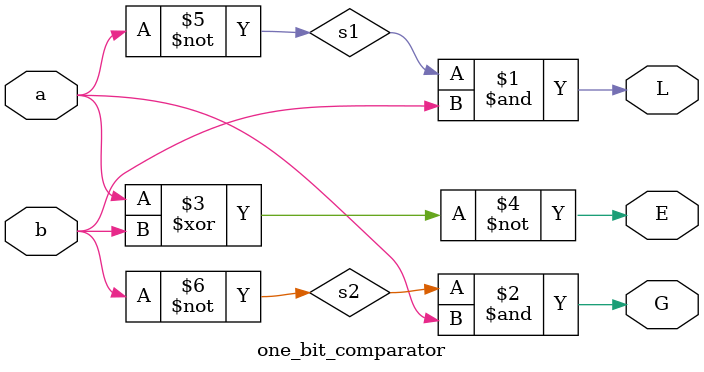
<source format=v>
`timescale 1ns/1ns

module one_bit_comparator (input a, input b, output L, output E, output G);

wire s1, s2;

not X1(s1, a);
not X2 (s2, b);
and X3 (L,s1, b);
and X4 (G,s2, a);
xnor X5 (E, a, b);


endmodule
</source>
